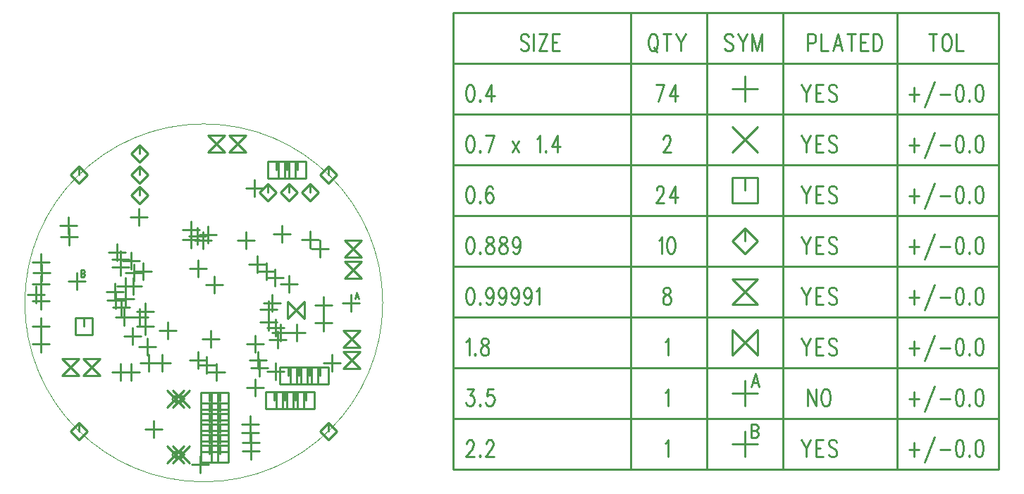
<source format=gbr>
*
*
G04 PADS 9.3 Build Number: 433611 generated Gerber (RS-274-X) file*
G04 PC Version=2.1*
*
%IN "LDC_HW_REV002_Simple2.p"*%
*
%MOIN*%
*
%FSLAX35Y35*%
*
*
*
*
G04 PC Standard Apertures*
*
*
G04 Thermal Relief Aperture macro.*
%AMTER*
1,1,$1,0,0*
1,0,$1-$2,0,0*
21,0,$3,$4,0,0,45*
21,0,$3,$4,0,0,135*
%
*
*
G04 Annular Aperture macro.*
%AMANN*
1,1,$1,0,0*
1,0,$2,0,0*
%
*
*
G04 Odd Aperture macro.*
%AMODD*
1,1,$1,0,0*
1,0,$1-0.005,0,0*
%
*
*
G04 PC Custom Aperture Macros*
*
*
*
*
*
*
G04 PC Aperture Table*
*
%ADD010C,0.001*%
%ADD034C,0.01*%
%ADD038C,0.00394*%
*
*
*
*
G04 PC Circuitry*
G04 Layer Name LDC_HW_REV002_Simple2.p - circuitry*
%LPD*%
*
*
G04 PC Custom Flashes*
G04 Layer Name LDC_HW_REV002_Simple2.p - flashes*
%LPD*%
*
*
G04 PC Circuitry*
G04 Layer Name LDC_HW_REV002_Simple2.p - circuitry*
%LPD*%
*
G54D10*
G54D34*
G01X376315Y344228D02*
X384315Y352228D01*
X376315D02*
X384315Y344228D01*
X379071D02*
X387071Y352228D01*
X379071D02*
X387071Y344228D01*
X380315Y349606D02*
G75*
G03Y346850I-0J-1378D01*
G01X383071*
G03Y349606I-0J1378*
G01X380315*
X376315Y317850D02*
X384315Y325850D01*
X376315D02*
X384315Y317850D01*
X379071D02*
X387071Y325850D01*
X379071D02*
X387071Y317850D01*
X380315Y323228D02*
G03Y320472I-0J-1378D01*
G01X383071*
G03Y323228I-0J1378*
G01X380315*
X395803Y465094D02*
X403803D01*
X395803Y473094*
X403803*
X395803Y465094*
X405803D02*
X413803D01*
X405803Y473094*
X413803*
X405803Y465094*
X438126Y343638D02*
X446126D01*
Y351638*
X438126*
Y343638*
X442126Y347638D02*
Y351638D01*
X433126Y343638D02*
X441126D01*
Y351638*
X433126*
Y343638*
X437126Y347638D02*
Y351638D01*
X428126Y343638D02*
X436126D01*
Y351638*
X428126*
Y343638*
X432126Y347638D02*
Y351638D01*
X423126Y343638D02*
X431126D01*
Y351638*
X423126*
Y343638*
X427126Y347638D02*
Y351638D01*
X329661Y404035D02*
X337661D01*
X333661Y400035D02*
Y408035D01*
X335661Y409317D02*
Y406035D01*
Y409317D02*
X336684D01*
X337025Y409160*
X337139Y409004*
X337252Y408692*
Y408379*
X337139Y408067*
X337025Y407910*
X336684Y407754*
X335661D02*
X336684D01*
X337025Y407598*
X337139Y407442*
X337252Y407129*
Y406660*
X337139Y406348*
X337025Y406192*
X336684Y406035*
X335661*
X433402Y386354D02*
X441402Y394354D01*
Y386354*
X433402Y394354*
Y386354*
X459780Y362535D02*
X467780D01*
X459780Y370535*
X467780*
X459780Y362535*
Y372535D02*
X467780D01*
X459780Y380535*
X467780*
X459780Y372535*
X460173Y415291D02*
X468173D01*
X460173Y423291*
X468173*
X460173Y415291*
Y405291D02*
X468173D01*
X460173Y413291*
X468173*
X460173Y405291*
X392260Y343441D02*
X400260D01*
Y351441*
X392260*
Y343441*
X396260Y347441D02*
Y351441D01*
X392260Y338441D02*
X400260D01*
Y346441*
X392260*
Y338441*
X396260Y342441D02*
Y346441D01*
X392260Y333441D02*
X400260D01*
Y341441*
X392260*
Y333441*
X396260Y337441D02*
Y341441D01*
X392260Y328441D02*
X400260D01*
Y336441*
X392260*
Y328441*
X396260Y332441D02*
Y336441D01*
X392260Y323441D02*
X400260D01*
Y331441*
X392260*
Y323441*
X396260Y327441D02*
Y331441D01*
X392260Y318441D02*
X400260D01*
Y326441*
X392260*
Y318441*
X396260Y322441D02*
Y326441D01*
X397260Y318441D02*
X405260D01*
Y326441*
X397260*
Y318441*
X401260Y322441D02*
Y326441D01*
X397260Y323441D02*
X405260D01*
Y331441*
X397260*
Y323441*
X401260Y327441D02*
Y331441D01*
X397260Y328441D02*
X405260D01*
Y336441*
X397260*
Y328441*
X401260Y332441D02*
Y336441D01*
X397260Y333441D02*
X405260D01*
Y341441*
X397260*
Y333441*
X401260Y337441D02*
Y341441D01*
X397260Y338441D02*
X405260D01*
Y346441*
X397260*
Y338441*
X401260Y342441D02*
Y346441D01*
X397260Y343441D02*
X405260D01*
Y351441*
X397260*
Y343441*
X401260Y347441D02*
Y351441D01*
X334646Y450331D02*
X338646Y454331D01*
X334646Y458331*
X330646Y454331*
X334646Y450331*
Y454331D02*
Y458331D01*
Y329071D02*
X338646Y333071D01*
X334646Y337071*
X330646Y333071*
X334646Y329071*
Y333071D02*
Y337071D01*
X452756Y450331D02*
X456756Y454331D01*
X452756Y458331*
X448756Y454331*
X452756Y450331*
Y454331D02*
Y458331D01*
Y329071D02*
X456756Y333071D01*
X452756Y337071*
X448756Y333071*
X452756Y329071*
Y333071D02*
Y337071D01*
X459189Y393504D02*
X467189D01*
X463189Y389504D02*
Y397504D01*
X466098Y398785D02*
X465189Y395504D01*
X466098Y398785D02*
X467007Y395504D01*
X465530Y396598D02*
X466666D01*
X326512Y359386D02*
X334512D01*
X326512Y367386*
X334512*
X326512Y359386*
X336512D02*
X344512D01*
X336512Y367386*
X344512*
X336512Y359386*
X423953Y452496D02*
X431953D01*
Y460496*
X423953*
Y452496*
X427953Y456496D02*
Y460496D01*
X428953Y452496D02*
X436953D01*
Y460496*
X428953*
Y452496*
X432953Y456496D02*
Y460496D01*
X433953Y452496D02*
X441953D01*
Y460496*
X433953*
Y452496*
X437953Y456496D02*
Y460496D01*
X363189Y440488D02*
X367189Y444488D01*
X363189Y448488*
X359189Y444488*
X363189Y440488*
Y444488D02*
Y448488D01*
Y450331D02*
X367189Y454331D01*
X363189Y458331*
X359189Y454331*
X363189Y450331*
Y454331D02*
Y458331D01*
Y460173D02*
X367189Y464173D01*
X363189Y468173*
X359189Y464173*
X363189Y460173*
Y464173D02*
Y468173D01*
X444819Y355252D02*
X452819D01*
Y363252*
X444819*
Y355252*
X448819Y359252D02*
Y363252D01*
X439819Y355252D02*
X447819D01*
Y363252*
X439819*
Y355252*
X443819Y359252D02*
Y363252D01*
X434819Y355252D02*
X442819D01*
Y363252*
X434819*
Y355252*
X438819Y359252D02*
Y363252D01*
X429819Y355252D02*
X437819D01*
Y363252*
X429819*
Y355252*
X433819Y359252D02*
Y363252D01*
X443898Y442063D02*
X447898Y446063D01*
X443898Y450063*
X439898Y446063*
X443898Y442063*
Y446063D02*
Y450063D01*
X433898Y442063D02*
X437898Y446063D01*
X433898Y450063*
X429898Y446063*
X433898Y442063*
Y446063D02*
Y450063D01*
X423898Y442063D02*
X427898Y446063D01*
X423898Y450063*
X419898Y446063*
X423898Y442063*
Y446063D02*
Y450063D01*
X388126Y317323D02*
X396126D01*
X392126Y313323D02*
Y321323D01*
X412142Y323622D02*
X420142D01*
X416142Y319622D02*
Y327622D01*
X412142Y327559D02*
X420142D01*
X416142Y323559D02*
Y331559D01*
X366079Y333858D02*
X374079D01*
X370079Y329858D02*
Y337858D01*
X411748Y332283D02*
X419748D01*
X415748Y328283D02*
Y336283D01*
X411748Y336220D02*
X419748D01*
X415748Y332220D02*
Y340220D01*
X414110Y353543D02*
X422110D01*
X418110Y349543D02*
Y357543D01*
X350331Y361024D02*
X358331D01*
X354331Y357024D02*
Y365024D01*
X355449Y361024D02*
X363449D01*
X359449Y357024D02*
Y365024D01*
X363717Y365354D02*
X371717D01*
X367717Y361354D02*
Y369354D01*
X370016Y365354D02*
X378016D01*
X374016Y361354D02*
Y369354D01*
X386945Y366535D02*
X394945D01*
X390945Y362535D02*
Y370535D01*
X395606Y361024D02*
X403606D01*
X399606Y357024D02*
Y365024D01*
X390882Y364173D02*
X398882D01*
X394882Y360173D02*
Y368173D01*
X415291Y366535D02*
X423291D01*
X419291Y362535D02*
Y370535D01*
X416079Y362992D02*
X424079D01*
X420079Y358992D02*
Y366992D01*
X423559Y361417D02*
X431559D01*
X427559Y357417D02*
Y365417D01*
X450331Y365354D02*
X458331D01*
X454331Y361354D02*
Y369354D01*
X312535Y374409D02*
X320535D01*
X316535Y370409D02*
Y378409D01*
X355843Y377953D02*
X363843D01*
X359843Y373953D02*
Y381953D01*
X362929Y372835D02*
X370929D01*
X366929Y368835D02*
Y376835D01*
X392850Y376772D02*
X400850D01*
X396850Y372772D02*
Y380772D01*
X414110Y374409D02*
X422110D01*
X418110Y370409D02*
Y378409D01*
X424740Y376378D02*
X432740D01*
X428740Y372378D02*
Y380378D01*
X312535Y382677D02*
X320535D01*
X316535Y378677D02*
Y386677D01*
X333008Y378677D02*
X341008D01*
Y386677*
X333008*
Y378677*
X337008Y382677D02*
Y386677D01*
X351906Y387008D02*
X359906D01*
X355906Y383008D02*
Y391008D01*
X362142Y382677D02*
X370142D01*
X366142Y378677D02*
Y386677D01*
X359386Y387008D02*
X367386D01*
X363386Y383008D02*
Y391008D01*
X372772Y380709D02*
X380772D01*
X376772Y376709D02*
Y384709D01*
X420409Y384646D02*
X428409D01*
X424409Y380646D02*
Y388646D01*
X425921Y379528D02*
X433921D01*
X429921Y375528D02*
Y383528D01*
X423559Y381890D02*
X431559D01*
X427559Y377890D02*
Y385890D01*
X433795Y379528D02*
X441795D01*
X437795Y375528D02*
Y383528D01*
X446394Y384252D02*
X454394D01*
X450394Y380252D02*
Y388252D01*
X310173Y397638D02*
X318173D01*
X314173Y393638D02*
Y401638D01*
X312535Y394488D02*
X320535D01*
X316535Y390488D02*
Y398488D01*
X347575Y398819D02*
X355575D01*
X351575Y394819D02*
Y402819D01*
X352693Y395669D02*
X360693D01*
X356693Y391669D02*
Y399669D01*
X350724Y391732D02*
X358724D01*
X354724Y387732D02*
Y395732D01*
X347969Y394882D02*
X355969D01*
X351969Y390882D02*
Y398882D01*
X362142Y389764D02*
X370142D01*
X366142Y385764D02*
Y393764D01*
X421984Y393701D02*
X429984D01*
X425984Y389701D02*
Y397701D01*
X420409Y390551D02*
X428409D01*
X424409Y386551D02*
Y394551D01*
X446394Y392520D02*
X454394D01*
X450394Y388520D02*
Y396520D01*
X312929Y407874D02*
X320929D01*
X316929Y403874D02*
Y411874D01*
X312535Y402756D02*
X320535D01*
X316535Y398756D02*
Y406756D01*
X356236Y401575D02*
X364236D01*
X360236Y397575D02*
Y405575D01*
X356630Y407874D02*
X364630D01*
X360630Y403874D02*
Y411874D01*
X352693Y401575D02*
X360693D01*
X356693Y397575D02*
Y405575D01*
X360961Y408661D02*
X368961D01*
X364961Y404661D02*
Y412661D01*
X394819Y402362D02*
X402819D01*
X398819Y398362D02*
Y406362D01*
X423165Y405512D02*
X431165D01*
X427165Y401512D02*
Y409512D01*
X419228Y408661D02*
X427228D01*
X423228Y404661D02*
Y412661D01*
X429858Y402756D02*
X437858D01*
X433858Y398756D02*
Y406756D01*
X312535Y412992D02*
X320535D01*
X316535Y408992D02*
Y416992D01*
X350331Y414173D02*
X358331D01*
X354331Y410173D02*
Y418173D01*
X350331Y410630D02*
X358331D01*
X354331Y406630D02*
Y414630D01*
X355449Y413780D02*
X363449D01*
X359449Y409780D02*
Y417780D01*
X348756Y417717D02*
X356756D01*
X352756Y413717D02*
Y421717D01*
X386945Y409843D02*
X394945D01*
X390945Y405843D02*
Y413843D01*
X414898Y411811D02*
X422898D01*
X418898Y407811D02*
Y415811D01*
X325921Y424803D02*
X333921D01*
X329921Y420803D02*
Y428803D01*
X383795Y428346D02*
X391795D01*
X387795Y424346D02*
Y432346D01*
X383795Y423622D02*
X391795D01*
X387795Y419622D02*
Y427622D01*
X386551Y425197D02*
X394551D01*
X390551Y421197D02*
Y429197D01*
X389307Y423228D02*
X397307D01*
X393307Y419228D02*
Y427228D01*
X391669Y425984D02*
X399669D01*
X395669Y421984D02*
Y429984D01*
X409780Y423228D02*
X417780D01*
X413780Y419228D02*
Y427228D01*
X426709Y426378D02*
X434709D01*
X430709Y422378D02*
Y430378D01*
X444819Y419291D02*
X452819D01*
X448819Y415291D02*
Y423291D01*
X440094Y423622D02*
X448094D01*
X444094Y419622D02*
Y427622D01*
X325528Y430315D02*
X333528D01*
X329528Y426315D02*
Y434315D01*
X358992Y434252D02*
X366992D01*
X362992Y430252D02*
Y438252D01*
X413717Y448031D02*
X421717D01*
X417717Y444031D02*
Y452031D01*
X511811Y530961D02*
X769811D01*
X511811Y506961D02*
X769811D01*
X511811Y482961D02*
X769811D01*
X511811Y458961D02*
X769811D01*
X511811Y434961D02*
X769811D01*
X511811Y410961D02*
X769811D01*
X511811Y386961D02*
X769811D01*
X511811Y362961D02*
X769811D01*
X511811Y338961D02*
X769811D01*
X511811Y314961D02*
X769811D01*
X511811Y530961D02*
Y314961D01*
X595811Y530961D02*
Y314961D01*
X631811Y530961D02*
Y314961D01*
X667811Y530961D02*
Y314961D01*
X721811Y530961D02*
Y314961D01*
X769811Y530961D02*
Y314961D01*
X547311Y519711D02*
X546766Y520461D01*
X545947Y520836*
X544856*
X544038Y520461*
X543493Y519711*
Y518961*
X543766Y518211*
X544038Y517836*
X544584Y517461*
X546220Y516711*
X546766Y516336*
X547038Y515961*
X547311Y515211*
Y514086*
X546766Y513336*
X545947Y512961*
X544856*
X544038Y513336*
X543493Y514086*
X549766Y520836D02*
Y512961D01*
X556038Y520836D02*
X552220Y512961D01*
Y520836D02*
X556038D01*
X552220Y512961D02*
X556038D01*
X558493Y520836D02*
Y512961D01*
Y520836D02*
X562038D01*
X558493Y517086D02*
X560675D01*
X558493Y512961D02*
X562038D01*
X605675Y520836D02*
X605129Y520461D01*
X604584Y519711*
X604311Y518961*
X604038Y517836*
Y515961*
X604311Y514836*
X604584Y514086*
X605129Y513336*
X605675Y512961*
X606766*
X607311Y513336*
X607856Y514086*
X608129Y514836*
X608402Y515961*
Y517836*
X608129Y518961*
X607856Y519711*
X607311Y520461*
X606766Y520836*
X605675*
X606493Y514461D02*
X608129Y512211D01*
X612766Y520836D02*
Y512961D01*
X610856Y520836D02*
X614675D01*
X617129D02*
X619311Y517086D01*
Y512961*
X621493Y520836D02*
X619311Y517086D01*
X643856Y519711D02*
X643311Y520461D01*
X642493Y520836*
X641402*
X640584Y520461*
X640038Y519711*
Y518961*
X640311Y518211*
X640584Y517836*
X641129Y517461*
X642766Y516711*
X643311Y516336*
X643584Y515961*
X643856Y515211*
Y514086*
X643311Y513336*
X642493Y512961*
X641402*
X640584Y513336*
X640038Y514086*
X646311Y520836D02*
X648493Y517086D01*
Y512961*
X650675Y520836D02*
X648493Y517086D01*
X653129Y520836D02*
Y512961D01*
Y520836D02*
X655311Y512961D01*
X657493Y520836D02*
X655311Y512961D01*
X657493Y520836D02*
Y512961D01*
X679311Y520836D02*
Y512961D01*
Y520836D02*
X681766D01*
X682584Y520461*
X682856Y520086*
X683129Y519336*
Y518211*
X682856Y517461*
X682584Y517086*
X681766Y516711*
X679311*
X685584Y520836D02*
Y512961D01*
X688856*
X693493Y520836D02*
X691311Y512961D01*
X693493Y520836D02*
X695675Y512961D01*
X692129Y515586D02*
X694856D01*
X700038Y520836D02*
Y512961D01*
X698129Y520836D02*
X701947D01*
X704402D02*
Y512961D01*
Y520836D02*
X707947D01*
X704402Y517086D02*
X706584D01*
X704402Y512961D02*
X707947D01*
X710402Y520836D02*
Y512961D01*
Y520836D02*
X712311D01*
X713129Y520461*
X713675Y519711*
X713947Y518961*
X714220Y517836*
Y515961*
X713947Y514836*
X713675Y514086*
X713129Y513336*
X712311Y512961*
X710402*
X738493Y520836D02*
Y512961D01*
X736584Y520836D02*
X740402D01*
X744493D02*
X743947Y520461D01*
X743402Y519711*
X743129Y518961*
X742856Y517836*
Y515961*
X743129Y514836*
X743402Y514086*
X743947Y513336*
X744493Y512961*
X745584*
X746129Y513336*
X746675Y514086*
X746947Y514836*
X747220Y515961*
Y517836*
X746947Y518961*
X746675Y519711*
X746129Y520461*
X745584Y520836*
X744493*
X749675D02*
Y512961D01*
X752947*
X519447Y496836D02*
X518629Y496461D01*
X518084Y495336*
X517811Y493461*
Y492336*
X518084Y490461*
X518629Y489336*
X519447Y488961*
X519993*
X520811Y489336*
X521356Y490461*
X521629Y492336*
Y493461*
X521356Y495336*
X520811Y496461*
X519993Y496836*
X519447*
X524356Y489711D02*
X524084Y489336D01*
X524356Y488961*
X524629Y489336*
X524356Y489711*
X529811Y496836D02*
X527084Y491586D01*
X531175*
X529811Y496836D02*
Y488961D01*
X611402Y496836D02*
X608675Y488961D01*
X607584Y496836D02*
X611402D01*
X616584D02*
X613856Y491586D01*
X617947*
X616584Y496836D02*
Y488961D01*
X643811Y494961D02*
X655811D01*
X649811Y488961D02*
Y500961D01*
X676447Y496836D02*
X678629Y493086D01*
Y488961*
X680811Y496836D02*
X678629Y493086D01*
X683266Y496836D02*
Y488961D01*
Y496836D02*
X686811D01*
X683266Y493086D02*
X685447D01*
X683266Y488961D02*
X686811D01*
X693084Y495711D02*
X692538Y496461D01*
X691720Y496836*
X690629*
X689811Y496461*
X689266Y495711*
Y494961*
X689538Y494211*
X689811Y493836*
X690356Y493461*
X691993Y492711*
X692538Y492336*
X692811Y491961*
X693084Y491211*
Y490086*
X692538Y489336*
X691720Y488961*
X690629*
X689811Y489336*
X689266Y490086*
X729629Y495711D02*
Y488961D01*
X727175Y492336D02*
X732084D01*
X739447Y498336D02*
X734538Y486336D01*
X741902Y492336D02*
X746811D01*
X750902Y496836D02*
X750084Y496461D01*
X749538Y495336*
X749266Y493461*
Y492336*
X749538Y490461*
X750084Y489336*
X750902Y488961*
X751447*
X752266Y489336*
X752811Y490461*
X753084Y492336*
Y493461*
X752811Y495336*
X752266Y496461*
X751447Y496836*
X750902*
X755811Y489711D02*
X755538Y489336D01*
X755811Y488961*
X756084Y489336*
X755811Y489711*
X760175Y496836D02*
X759356Y496461D01*
X758811Y495336*
X758538Y493461*
Y492336*
X758811Y490461*
X759356Y489336*
X760175Y488961*
X760720*
X761538Y489336*
X762084Y490461*
X762356Y492336*
Y493461*
X762084Y495336*
X761538Y496461*
X760720Y496836*
X760175*
X519447Y472836D02*
X518629Y472461D01*
X518084Y471336*
X517811Y469461*
Y468336*
X518084Y466461*
X518629Y465336*
X519447Y464961*
X519993*
X520811Y465336*
X521356Y466461*
X521629Y468336*
Y469461*
X521356Y471336*
X520811Y472461*
X519993Y472836*
X519447*
X524356Y465711D02*
X524084Y465336D01*
X524356Y464961*
X524629Y465336*
X524356Y465711*
X530902Y472836D02*
X528175Y464961D01*
X527084Y472836D02*
X530902D01*
X539629Y470211D02*
X542629Y464961D01*
Y470211D02*
X539629Y464961D01*
X551356Y471336D02*
X551902Y471711D01*
X552720Y472836*
Y464961*
X555447Y465711D02*
X555175Y465336D01*
X555447Y464961*
X555720Y465336*
X555447Y465711*
X560902Y472836D02*
X558175Y467586D01*
X562266*
X560902Y472836D02*
Y464961D01*
X611129Y470961D02*
Y471336D01*
X611402Y472086*
X611675Y472461*
X612220Y472836*
X613311*
X613856Y472461*
X614129Y472086*
X614402Y471336*
Y470586*
X614129Y469836*
X613584Y468711*
X610856Y464961*
X614675*
X643811D02*
X655811Y476961D01*
X643811D02*
X655811Y464961D01*
X676447Y472836D02*
X678629Y469086D01*
Y464961*
X680811Y472836D02*
X678629Y469086D01*
X683266Y472836D02*
Y464961D01*
Y472836D02*
X686811D01*
X683266Y469086D02*
X685447D01*
X683266Y464961D02*
X686811D01*
X693084Y471711D02*
X692538Y472461D01*
X691720Y472836*
X690629*
X689811Y472461*
X689266Y471711*
Y470961*
X689538Y470211*
X689811Y469836*
X690356Y469461*
X691993Y468711*
X692538Y468336*
X692811Y467961*
X693084Y467211*
Y466086*
X692538Y465336*
X691720Y464961*
X690629*
X689811Y465336*
X689266Y466086*
X729629Y471711D02*
Y464961D01*
X727175Y468336D02*
X732084D01*
X739447Y474336D02*
X734538Y462336D01*
X741902Y468336D02*
X746811D01*
X750902Y472836D02*
X750084Y472461D01*
X749538Y471336*
X749266Y469461*
Y468336*
X749538Y466461*
X750084Y465336*
X750902Y464961*
X751447*
X752266Y465336*
X752811Y466461*
X753084Y468336*
Y469461*
X752811Y471336*
X752266Y472461*
X751447Y472836*
X750902*
X755811Y465711D02*
X755538Y465336D01*
X755811Y464961*
X756084Y465336*
X755811Y465711*
X760175Y472836D02*
X759356Y472461D01*
X758811Y471336*
X758538Y469461*
Y468336*
X758811Y466461*
X759356Y465336*
X760175Y464961*
X760720*
X761538Y465336*
X762084Y466461*
X762356Y468336*
Y469461*
X762084Y471336*
X761538Y472461*
X760720Y472836*
X760175*
X519447Y448836D02*
X518629Y448461D01*
X518084Y447336*
X517811Y445461*
Y444336*
X518084Y442461*
X518629Y441336*
X519447Y440961*
X519993*
X520811Y441336*
X521356Y442461*
X521629Y444336*
Y445461*
X521356Y447336*
X520811Y448461*
X519993Y448836*
X519447*
X524356Y441711D02*
X524084Y441336D01*
X524356Y440961*
X524629Y441336*
X524356Y441711*
X530356Y447711D02*
X530084Y448461D01*
X529266Y448836*
X528720*
X527902Y448461*
X527356Y447336*
X527084Y445461*
Y443586*
X527356Y442086*
X527902Y441336*
X528720Y440961*
X528993*
X529811Y441336*
X530356Y442086*
X530629Y443211*
Y443586*
X530356Y444711*
X529811Y445461*
X528993Y445836*
X528720*
X527902Y445461*
X527356Y444711*
X527084Y443586*
X607856Y446961D02*
Y447336D01*
X608129Y448086*
X608402Y448461*
X608947Y448836*
X610038*
X610584Y448461*
X610856Y448086*
X611129Y447336*
Y446586*
X610856Y445836*
X610311Y444711*
X607584Y440961*
X611402*
X616584Y448836D02*
X613856Y443586D01*
X617947*
X616584Y448836D02*
Y440961D01*
X643811D02*
X655811D01*
Y452961*
X643811*
Y440961*
X649811Y446961D02*
Y452961D01*
X676447Y448836D02*
X678629Y445086D01*
Y440961*
X680811Y448836D02*
X678629Y445086D01*
X683266Y448836D02*
Y440961D01*
Y448836D02*
X686811D01*
X683266Y445086D02*
X685447D01*
X683266Y440961D02*
X686811D01*
X693084Y447711D02*
X692538Y448461D01*
X691720Y448836*
X690629*
X689811Y448461*
X689266Y447711*
Y446961*
X689538Y446211*
X689811Y445836*
X690356Y445461*
X691993Y444711*
X692538Y444336*
X692811Y443961*
X693084Y443211*
Y442086*
X692538Y441336*
X691720Y440961*
X690629*
X689811Y441336*
X689266Y442086*
X729629Y447711D02*
Y440961D01*
X727175Y444336D02*
X732084D01*
X739447Y450336D02*
X734538Y438336D01*
X741902Y444336D02*
X746811D01*
X750902Y448836D02*
X750084Y448461D01*
X749538Y447336*
X749266Y445461*
Y444336*
X749538Y442461*
X750084Y441336*
X750902Y440961*
X751447*
X752266Y441336*
X752811Y442461*
X753084Y444336*
Y445461*
X752811Y447336*
X752266Y448461*
X751447Y448836*
X750902*
X755811Y441711D02*
X755538Y441336D01*
X755811Y440961*
X756084Y441336*
X755811Y441711*
X760175Y448836D02*
X759356Y448461D01*
X758811Y447336*
X758538Y445461*
Y444336*
X758811Y442461*
X759356Y441336*
X760175Y440961*
X760720*
X761538Y441336*
X762084Y442461*
X762356Y444336*
Y445461*
X762084Y447336*
X761538Y448461*
X760720Y448836*
X760175*
X519447Y424836D02*
X518629Y424461D01*
X518084Y423336*
X517811Y421461*
Y420336*
X518084Y418461*
X518629Y417336*
X519447Y416961*
X519993*
X520811Y417336*
X521356Y418461*
X521629Y420336*
Y421461*
X521356Y423336*
X520811Y424461*
X519993Y424836*
X519447*
X524356Y417711D02*
X524084Y417336D01*
X524356Y416961*
X524629Y417336*
X524356Y417711*
X528447Y424836D02*
X527629Y424461D01*
X527356Y423711*
Y422961*
X527629Y422211*
X528175Y421836*
X529266Y421461*
X530084Y421086*
X530629Y420336*
X530902Y419586*
Y418461*
X530629Y417711*
X530356Y417336*
X529538Y416961*
X528447*
X527629Y417336*
X527356Y417711*
X527084Y418461*
Y419586*
X527356Y420336*
X527902Y421086*
X528720Y421461*
X529811Y421836*
X530356Y422211*
X530629Y422961*
Y423711*
X530356Y424461*
X529538Y424836*
X528447*
X534720D02*
X533902Y424461D01*
X533629Y423711*
Y422961*
X533902Y422211*
X534447Y421836*
X535538Y421461*
X536356Y421086*
X536902Y420336*
X537175Y419586*
Y418461*
X536902Y417711*
X536629Y417336*
X535811Y416961*
X534720*
X533902Y417336*
X533629Y417711*
X533356Y418461*
Y419586*
X533629Y420336*
X534175Y421086*
X534993Y421461*
X536084Y421836*
X536629Y422211*
X536902Y422961*
Y423711*
X536629Y424461*
X535811Y424836*
X534720*
X543175Y422211D02*
X542902Y421086D01*
X542356Y420336*
X541538Y419961*
X541266*
X540447Y420336*
X539902Y421086*
X539629Y422211*
Y422586*
X539902Y423711*
X540447Y424461*
X541266Y424836*
X541538*
X542356Y424461*
X542902Y423711*
X543175Y422211*
Y420336*
X542902Y418461*
X542356Y417336*
X541538Y416961*
X540993*
X540175Y417336*
X539902Y418086*
X608947Y423336D02*
X609493Y423711D01*
X610311Y424836*
Y416961*
X614402Y424836D02*
X613584Y424461D01*
X613038Y423336*
X612766Y421461*
Y420336*
X613038Y418461*
X613584Y417336*
X614402Y416961*
X614947*
X615766Y417336*
X616311Y418461*
X616584Y420336*
Y421461*
X616311Y423336*
X615766Y424461*
X614947Y424836*
X614402*
X649811Y416961D02*
X655811Y422961D01*
X649811Y428961*
X643811Y422961*
X649811Y416961*
Y422961D02*
Y428961D01*
X676447Y424836D02*
X678629Y421086D01*
Y416961*
X680811Y424836D02*
X678629Y421086D01*
X683266Y424836D02*
Y416961D01*
Y424836D02*
X686811D01*
X683266Y421086D02*
X685447D01*
X683266Y416961D02*
X686811D01*
X693084Y423711D02*
X692538Y424461D01*
X691720Y424836*
X690629*
X689811Y424461*
X689266Y423711*
Y422961*
X689538Y422211*
X689811Y421836*
X690356Y421461*
X691993Y420711*
X692538Y420336*
X692811Y419961*
X693084Y419211*
Y418086*
X692538Y417336*
X691720Y416961*
X690629*
X689811Y417336*
X689266Y418086*
X729629Y423711D02*
Y416961D01*
X727175Y420336D02*
X732084D01*
X739447Y426336D02*
X734538Y414336D01*
X741902Y420336D02*
X746811D01*
X750902Y424836D02*
X750084Y424461D01*
X749538Y423336*
X749266Y421461*
Y420336*
X749538Y418461*
X750084Y417336*
X750902Y416961*
X751447*
X752266Y417336*
X752811Y418461*
X753084Y420336*
Y421461*
X752811Y423336*
X752266Y424461*
X751447Y424836*
X750902*
X755811Y417711D02*
X755538Y417336D01*
X755811Y416961*
X756084Y417336*
X755811Y417711*
X760175Y424836D02*
X759356Y424461D01*
X758811Y423336*
X758538Y421461*
Y420336*
X758811Y418461*
X759356Y417336*
X760175Y416961*
X760720*
X761538Y417336*
X762084Y418461*
X762356Y420336*
Y421461*
X762084Y423336*
X761538Y424461*
X760720Y424836*
X760175*
X519447Y400836D02*
X518629Y400461D01*
X518084Y399336*
X517811Y397461*
Y396336*
X518084Y394461*
X518629Y393336*
X519447Y392961*
X519993*
X520811Y393336*
X521356Y394461*
X521629Y396336*
Y397461*
X521356Y399336*
X520811Y400461*
X519993Y400836*
X519447*
X524356Y393711D02*
X524084Y393336D01*
X524356Y392961*
X524629Y393336*
X524356Y393711*
X530629Y398211D02*
X530356Y397086D01*
X529811Y396336*
X528993Y395961*
X528720*
X527902Y396336*
X527356Y397086*
X527084Y398211*
Y398586*
X527356Y399711*
X527902Y400461*
X528720Y400836*
X528993*
X529811Y400461*
X530356Y399711*
X530629Y398211*
Y396336*
X530356Y394461*
X529811Y393336*
X528993Y392961*
X528447*
X527629Y393336*
X527356Y394086*
X536629Y398211D02*
X536356Y397086D01*
X535811Y396336*
X534993Y395961*
X534720*
X533902Y396336*
X533356Y397086*
X533084Y398211*
Y398586*
X533356Y399711*
X533902Y400461*
X534720Y400836*
X534993*
X535811Y400461*
X536356Y399711*
X536629Y398211*
Y396336*
X536356Y394461*
X535811Y393336*
X534993Y392961*
X534447*
X533629Y393336*
X533356Y394086*
X542629Y398211D02*
X542356Y397086D01*
X541811Y396336*
X540993Y395961*
X540720*
X539902Y396336*
X539356Y397086*
X539084Y398211*
Y398586*
X539356Y399711*
X539902Y400461*
X540720Y400836*
X540993*
X541811Y400461*
X542356Y399711*
X542629Y398211*
Y396336*
X542356Y394461*
X541811Y393336*
X540993Y392961*
X540447*
X539629Y393336*
X539356Y394086*
X548629Y398211D02*
X548356Y397086D01*
X547811Y396336*
X546993Y395961*
X546720*
X545902Y396336*
X545356Y397086*
X545084Y398211*
Y398586*
X545356Y399711*
X545902Y400461*
X546720Y400836*
X546993*
X547811Y400461*
X548356Y399711*
X548629Y398211*
Y396336*
X548356Y394461*
X547811Y393336*
X546993Y392961*
X546447*
X545629Y393336*
X545356Y394086*
X551084Y399336D02*
X551629Y399711D01*
X552447Y400836*
Y392961*
X612220Y400836D02*
X611402Y400461D01*
X611129Y399711*
Y398961*
X611402Y398211*
X611947Y397836*
X613038Y397461*
X613856Y397086*
X614402Y396336*
X614675Y395586*
Y394461*
X614402Y393711*
X614129Y393336*
X613311Y392961*
X612220*
X611402Y393336*
X611129Y393711*
X610856Y394461*
Y395586*
X611129Y396336*
X611675Y397086*
X612493Y397461*
X613584Y397836*
X614129Y398211*
X614402Y398961*
Y399711*
X614129Y400461*
X613311Y400836*
X612220*
X643811Y392961D02*
X655811D01*
X643811Y404961*
X655811*
X643811Y392961*
X676447Y400836D02*
X678629Y397086D01*
Y392961*
X680811Y400836D02*
X678629Y397086D01*
X683266Y400836D02*
Y392961D01*
Y400836D02*
X686811D01*
X683266Y397086D02*
X685447D01*
X683266Y392961D02*
X686811D01*
X693084Y399711D02*
X692538Y400461D01*
X691720Y400836*
X690629*
X689811Y400461*
X689266Y399711*
Y398961*
X689538Y398211*
X689811Y397836*
X690356Y397461*
X691993Y396711*
X692538Y396336*
X692811Y395961*
X693084Y395211*
Y394086*
X692538Y393336*
X691720Y392961*
X690629*
X689811Y393336*
X689266Y394086*
X729629Y399711D02*
Y392961D01*
X727175Y396336D02*
X732084D01*
X739447Y402336D02*
X734538Y390336D01*
X741902Y396336D02*
X746811D01*
X750902Y400836D02*
X750084Y400461D01*
X749538Y399336*
X749266Y397461*
Y396336*
X749538Y394461*
X750084Y393336*
X750902Y392961*
X751447*
X752266Y393336*
X752811Y394461*
X753084Y396336*
Y397461*
X752811Y399336*
X752266Y400461*
X751447Y400836*
X750902*
X755811Y393711D02*
X755538Y393336D01*
X755811Y392961*
X756084Y393336*
X755811Y393711*
X760175Y400836D02*
X759356Y400461D01*
X758811Y399336*
X758538Y397461*
Y396336*
X758811Y394461*
X759356Y393336*
X760175Y392961*
X760720*
X761538Y393336*
X762084Y394461*
X762356Y396336*
Y397461*
X762084Y399336*
X761538Y400461*
X760720Y400836*
X760175*
X517811Y375336D02*
X518356Y375711D01*
X519175Y376836*
Y368961*
X521902Y369711D02*
X521629Y369336D01*
X521902Y368961*
X522175Y369336*
X521902Y369711*
X525993Y376836D02*
X525175Y376461D01*
X524902Y375711*
Y374961*
X525175Y374211*
X525720Y373836*
X526811Y373461*
X527629Y373086*
X528175Y372336*
X528447Y371586*
Y370461*
X528175Y369711*
X527902Y369336*
X527084Y368961*
X525993*
X525175Y369336*
X524902Y369711*
X524629Y370461*
Y371586*
X524902Y372336*
X525447Y373086*
X526266Y373461*
X527356Y373836*
X527902Y374211*
X528175Y374961*
Y375711*
X527902Y376461*
X527084Y376836*
X525993*
X612084Y375336D02*
X612629Y375711D01*
X613447Y376836*
Y368961*
X643811D02*
X655811Y380961D01*
Y368961*
X643811Y380961*
Y368961*
X676447Y376836D02*
X678629Y373086D01*
Y368961*
X680811Y376836D02*
X678629Y373086D01*
X683266Y376836D02*
Y368961D01*
Y376836D02*
X686811D01*
X683266Y373086D02*
X685447D01*
X683266Y368961D02*
X686811D01*
X693084Y375711D02*
X692538Y376461D01*
X691720Y376836*
X690629*
X689811Y376461*
X689266Y375711*
Y374961*
X689538Y374211*
X689811Y373836*
X690356Y373461*
X691993Y372711*
X692538Y372336*
X692811Y371961*
X693084Y371211*
Y370086*
X692538Y369336*
X691720Y368961*
X690629*
X689811Y369336*
X689266Y370086*
X729629Y375711D02*
Y368961D01*
X727175Y372336D02*
X732084D01*
X739447Y378336D02*
X734538Y366336D01*
X741902Y372336D02*
X746811D01*
X750902Y376836D02*
X750084Y376461D01*
X749538Y375336*
X749266Y373461*
Y372336*
X749538Y370461*
X750084Y369336*
X750902Y368961*
X751447*
X752266Y369336*
X752811Y370461*
X753084Y372336*
Y373461*
X752811Y375336*
X752266Y376461*
X751447Y376836*
X750902*
X755811Y369711D02*
X755538Y369336D01*
X755811Y368961*
X756084Y369336*
X755811Y369711*
X760175Y376836D02*
X759356Y376461D01*
X758811Y375336*
X758538Y373461*
Y372336*
X758811Y370461*
X759356Y369336*
X760175Y368961*
X760720*
X761538Y369336*
X762084Y370461*
X762356Y372336*
Y373461*
X762084Y375336*
X761538Y376461*
X760720Y376836*
X760175*
X518356Y352836D02*
X521356D01*
X519720Y349836*
X520538*
X521084Y349461*
X521356Y349086*
X521629Y347961*
Y347211*
X521356Y346086*
X520811Y345336*
X519993Y344961*
X519175*
X518356Y345336*
X518084Y345711*
X517811Y346461*
X524356Y345711D02*
X524084Y345336D01*
X524356Y344961*
X524629Y345336*
X524356Y345711*
X530629Y352836D02*
X527902D01*
X527629Y349461*
X527902Y349836*
X528720Y350211*
X529538*
X530356Y349836*
X530902Y349086*
X531175Y347961*
X530902Y347211*
X530629Y346086*
X530084Y345336*
X529266Y344961*
X528447*
X527629Y345336*
X527356Y345711*
X527084Y346461*
X612084Y351336D02*
X612629Y351711D01*
X613447Y352836*
Y344961*
X643811Y350961D02*
X655811D01*
X649811Y344961D02*
Y356961D01*
X654556Y360261D02*
X652811Y353961D01*
X654556Y360261D02*
X656302Y353961D01*
X653466Y356061D02*
X655647D01*
X679447Y352836D02*
Y344961D01*
Y352836D02*
X683266Y344961D01*
Y352836D02*
Y344961D01*
X687356Y352836D02*
X686811Y352461D01*
X686266Y351711*
X685993Y350961*
X685720Y349836*
Y347961*
X685993Y346836*
X686266Y346086*
X686811Y345336*
X687356Y344961*
X688447*
X688993Y345336*
X689538Y346086*
X689811Y346836*
X690084Y347961*
Y349836*
X689811Y350961*
X689538Y351711*
X688993Y352461*
X688447Y352836*
X687356*
X729629Y351711D02*
Y344961D01*
X727175Y348336D02*
X732084D01*
X739447Y354336D02*
X734538Y342336D01*
X741902Y348336D02*
X746811D01*
X750902Y352836D02*
X750084Y352461D01*
X749538Y351336*
X749266Y349461*
Y348336*
X749538Y346461*
X750084Y345336*
X750902Y344961*
X751447*
X752266Y345336*
X752811Y346461*
X753084Y348336*
Y349461*
X752811Y351336*
X752266Y352461*
X751447Y352836*
X750902*
X755811Y345711D02*
X755538Y345336D01*
X755811Y344961*
X756084Y345336*
X755811Y345711*
X760175Y352836D02*
X759356Y352461D01*
X758811Y351336*
X758538Y349461*
Y348336*
X758811Y346461*
X759356Y345336*
X760175Y344961*
X760720*
X761538Y345336*
X762084Y346461*
X762356Y348336*
Y349461*
X762084Y351336*
X761538Y352461*
X760720Y352836*
X760175*
X518084Y326961D02*
Y327336D01*
X518356Y328086*
X518629Y328461*
X519175Y328836*
X520266*
X520811Y328461*
X521084Y328086*
X521356Y327336*
Y326586*
X521084Y325836*
X520538Y324711*
X517811Y320961*
X521629*
X524356Y321711D02*
X524084Y321336D01*
X524356Y320961*
X524629Y321336*
X524356Y321711*
X527356Y326961D02*
Y327336D01*
X527629Y328086*
X527902Y328461*
X528447Y328836*
X529538*
X530084Y328461*
X530356Y328086*
X530629Y327336*
Y326586*
X530356Y325836*
X529811Y324711*
X527084Y320961*
X530902*
X612084Y327336D02*
X612629Y327711D01*
X613447Y328836*
Y320961*
X643811Y326961D02*
X655811D01*
X649811Y320961D02*
Y332961D01*
X652811Y336261D02*
Y329961D01*
Y336261D02*
X654775D01*
X655429Y335961*
X655647Y335661*
X655866Y335061*
Y334461*
X655647Y333861*
X655429Y333561*
X654775Y333261*
X652811D02*
X654775D01*
X655429Y332961*
X655647Y332661*
X655866Y332061*
Y331161*
X655647Y330561*
X655429Y330261*
X654775Y329961*
X652811*
X676447Y328836D02*
X678629Y325086D01*
Y320961*
X680811Y328836D02*
X678629Y325086D01*
X683266Y328836D02*
Y320961D01*
Y328836D02*
X686811D01*
X683266Y325086D02*
X685447D01*
X683266Y320961D02*
X686811D01*
X693084Y327711D02*
X692538Y328461D01*
X691720Y328836*
X690629*
X689811Y328461*
X689266Y327711*
Y326961*
X689538Y326211*
X689811Y325836*
X690356Y325461*
X691993Y324711*
X692538Y324336*
X692811Y323961*
X693084Y323211*
Y322086*
X692538Y321336*
X691720Y320961*
X690629*
X689811Y321336*
X689266Y322086*
X729629Y327711D02*
Y320961D01*
X727175Y324336D02*
X732084D01*
X739447Y330336D02*
X734538Y318336D01*
X741902Y324336D02*
X746811D01*
X750902Y328836D02*
X750084Y328461D01*
X749538Y327336*
X749266Y325461*
Y324336*
X749538Y322461*
X750084Y321336*
X750902Y320961*
X751447*
X752266Y321336*
X752811Y322461*
X753084Y324336*
Y325461*
X752811Y327336*
X752266Y328461*
X751447Y328836*
X750902*
X755811Y321711D02*
X755538Y321336D01*
X755811Y320961*
X756084Y321336*
X755811Y321711*
X760175Y328836D02*
X759356Y328461D01*
X758811Y327336*
X758538Y325461*
Y324336*
X758811Y322461*
X759356Y321336*
X760175Y320961*
X760720*
X761538Y321336*
X762084Y322461*
X762356Y324336*
Y325461*
X762084Y327336*
X761538Y328461*
X760720Y328836*
X760175*
G54D38*
X478346Y393701D02*
G03X478346I-84645J0D01*
G74*
G01X0Y0D02*
M02*

</source>
